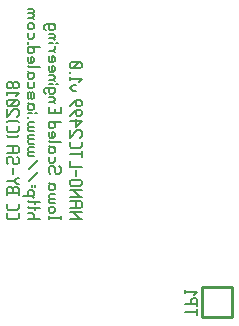
<source format=gbr>
G04 start of page 9 for group -4078 idx -4078 *
G04 Title: (unknown), bottomsilk *
G04 Creator: pcb 20140316 *
G04 CreationDate: Wed 01 Aug 2018 03:37:01 PM GMT UTC *
G04 For: railfan *
G04 Format: Gerber/RS-274X *
G04 PCB-Dimensions (mil): 1400.00 2800.00 *
G04 PCB-Coordinate-Origin: lower left *
%MOIN*%
%FSLAX25Y25*%
%LNBOTTOMSILK*%
%ADD87C,0.0100*%
%ADD86C,0.0080*%
G54D86*X83000Y140000D02*X87000D01*
X86500D02*X87000D01*
X86500D02*X84000Y142500D01*
X83000D02*X87000D01*
X83000Y143700D02*X86500D01*
X87000Y144200D01*
Y145700D01*
X86500Y146200D01*
X83000D02*X86500D01*
X85000Y143700D02*Y146200D01*
X83000Y147400D02*X87000D01*
X86500D02*X87000D01*
X86500D02*X84000Y149900D01*
X83000D02*X87000D01*
X83500Y151100D02*X86500D01*
X87000Y151600D01*
Y152600D01*
X86500Y153100D01*
X83500D02*X86500D01*
X83000Y152600D02*X83500Y153100D01*
X83000Y151600D02*Y152600D01*
X83500Y151100D02*X83000Y151600D01*
X85000Y154300D02*Y156300D01*
X83000Y157500D02*X87000D01*
X83000D02*Y159500D01*
X87000Y160700D02*Y162700D01*
X83000Y161700D02*X87000D01*
X83000Y164400D02*Y165900D01*
X83500Y163900D02*X83000Y164400D01*
X83500Y163900D02*X86500D01*
X87000Y164400D01*
Y165900D01*
X86500Y167100D02*X87000Y167600D01*
Y169100D01*
X86500Y169600D01*
X85500D02*X86500D01*
X83000Y167100D02*X85500Y169600D01*
X83000Y167100D02*Y169600D01*
X85000Y170800D02*X87000Y172800D01*
X85000Y170800D02*Y173300D01*
X83000Y172800D02*X87000D01*
X83000Y174500D02*X85000Y176500D01*
X86500D01*
X87000Y176000D02*X86500Y176500D01*
X87000Y175000D02*Y176000D01*
X86500Y174500D02*X87000Y175000D01*
X85500Y174500D02*X86500D01*
X85500D02*X85000Y175000D01*
Y176500D01*
X83000Y177700D02*X85000Y179700D01*
X86500D01*
X87000Y179200D02*X86500Y179700D01*
X87000Y178200D02*Y179200D01*
X86500Y177700D02*X87000Y178200D01*
X85500Y177700D02*X86500D01*
X85500D02*X85000Y178200D01*
Y179700D01*
X84000Y182700D02*X85000D01*
X84000D02*X83000Y183700D01*
X84000Y184700D01*
X85000D01*
X83000Y186400D02*Y187400D01*
Y186900D02*X87000D01*
X86000Y185900D02*X87000Y186900D01*
X83000Y188600D02*Y189100D01*
X83500Y190300D02*X83000Y190800D01*
X83500Y190300D02*X86500D01*
X87000Y190800D01*
Y191800D01*
X86500Y192300D01*
X83500D02*X86500D01*
X83000Y191800D02*X83500Y192300D01*
X83000Y190800D02*Y191800D01*
X84000Y190300D02*X86000Y192300D01*
X80000Y140000D02*Y141000D01*
X76000Y140500D02*X80000D01*
X76000Y140000D02*Y141000D01*
X76500Y142200D02*X77500D01*
X78000Y142700D01*
Y143700D01*
X77500Y144200D01*
X76500D02*X77500D01*
X76000Y143700D02*X76500Y144200D01*
X76000Y142700D02*Y143700D01*
X76500Y142200D02*X76000Y142700D01*
X76500Y145400D02*X78000D01*
X76500D02*X76000Y145900D01*
Y146400D01*
X76500Y146900D01*
X78000D01*
X76500D02*X76000Y147400D01*
Y147900D01*
X76500Y148400D01*
X78000D01*
Y151100D02*X77500Y151600D01*
X78000Y150100D02*Y151100D01*
X77500Y149600D02*X78000Y150100D01*
X76500Y149600D02*X77500D01*
X76500D02*X76000Y150100D01*
X76500Y151600D02*X78000D01*
X76500D02*X76000Y152100D01*
Y150100D02*Y151100D01*
X76500Y151600D01*
X80000Y157100D02*X79500Y157600D01*
X80000Y155600D02*Y157100D01*
X79500Y155100D02*X80000Y155600D01*
X78500Y155100D02*X79500D01*
X78500D02*X78000Y155600D01*
Y157100D01*
X77500Y157600D01*
X76500D02*X77500D01*
X76000Y157100D02*X76500Y157600D01*
X76000Y155600D02*Y157100D01*
X76500Y155100D02*X76000Y155600D01*
X78000Y159300D02*Y160800D01*
X77500Y158800D02*X78000Y159300D01*
X76500Y158800D02*X77500D01*
X76500D02*X76000Y159300D01*
Y160800D01*
X78000Y163500D02*X77500Y164000D01*
X78000Y162500D02*Y163500D01*
X77500Y162000D02*X78000Y162500D01*
X76500Y162000D02*X77500D01*
X76500D02*X76000Y162500D01*
X76500Y164000D02*X78000D01*
X76500D02*X76000Y164500D01*
Y162500D02*Y163500D01*
X76500Y164000D01*
Y165700D02*X80000D01*
X76500D02*X76000Y166200D01*
Y167700D02*Y169200D01*
X76500Y167200D02*X76000Y167700D01*
X76500Y167200D02*X77500D01*
X78000Y167700D01*
Y168700D01*
X77500Y169200D01*
X77000Y167200D02*Y169200D01*
X77500D01*
X76000Y172400D02*X80000D01*
X76000Y171900D02*X76500Y172400D01*
X76000Y170900D02*Y171900D01*
X76500Y170400D02*X76000Y170900D01*
X76500Y170400D02*X77500D01*
X78000Y170900D01*
Y171900D01*
X77500Y172400D01*
X78000Y175400D02*Y176900D01*
X76000Y175400D02*Y177400D01*
Y175400D02*X80000D01*
Y177400D01*
X76000Y179100D02*X77500D01*
X78000Y179600D01*
Y180100D01*
X77500Y180600D01*
X76000D02*X77500D01*
X78000Y178600D02*X77500Y179100D01*
X78000Y183300D02*X77500Y183800D01*
X78000Y182300D02*Y183300D01*
X77500Y181800D02*X78000Y182300D01*
X76500Y181800D02*X77500D01*
X76500D02*X76000Y182300D01*
Y183300D01*
X76500Y183800D01*
X75000Y181800D02*X74500Y182300D01*
Y183300D01*
X75000Y183800D01*
X78000D01*
X78500Y185000D02*X79000D01*
X76000D02*X77500D01*
X76000Y186500D02*X77500D01*
X78000Y187000D01*
Y187500D01*
X77500Y188000D01*
X76000D02*X77500D01*
X78000Y186000D02*X77500Y186500D01*
X76000Y189700D02*Y191200D01*
X76500Y189200D02*X76000Y189700D01*
X76500Y189200D02*X77500D01*
X78000Y189700D01*
Y190700D01*
X77500Y191200D01*
X77000Y189200D02*Y191200D01*
X77500D01*
X76000Y192900D02*Y194400D01*
X76500Y192400D02*X76000Y192900D01*
X76500Y192400D02*X77500D01*
X78000Y192900D01*
Y193900D01*
X77500Y194400D01*
X77000Y192400D02*Y194400D01*
X77500D01*
X76000Y196100D02*X77500D01*
X78000Y196600D01*
Y197600D01*
Y195600D02*X77500Y196100D01*
X78500Y198800D02*X79000D01*
X76000D02*X77500D01*
X76000Y200300D02*X77500D01*
X78000Y200800D01*
Y201300D01*
X77500Y201800D01*
X76000D02*X77500D01*
X78000Y199800D02*X77500Y200300D01*
X78000Y204500D02*X77500Y205000D01*
X78000Y203500D02*Y204500D01*
X77500Y203000D02*X78000Y203500D01*
X76500Y203000D02*X77500D01*
X76500D02*X76000Y203500D01*
Y204500D01*
X76500Y205000D01*
X75000Y203000D02*X74500Y203500D01*
Y204500D01*
X75000Y205000D01*
X78000D01*
X69000Y140000D02*X73000D01*
X70500D02*X71000Y140500D01*
Y141500D01*
X70500Y142000D01*
X69000D02*X70500D01*
X69500Y143700D02*X73000D01*
X69500D02*X69000Y144200D01*
X71500Y143200D02*Y144200D01*
X69500Y145700D02*X73000D01*
X69500D02*X69000Y146200D01*
X71500Y145200D02*Y146200D01*
X67500Y147700D02*X70500D01*
X71000Y147200D02*X70500Y147700D01*
X71000Y148200D01*
Y149200D01*
X70500Y149700D01*
X69500D02*X70500D01*
X69000Y149200D02*X69500Y149700D01*
X69000Y148200D02*Y149200D01*
X69500Y147700D02*X69000Y148200D01*
X71500Y150900D02*Y151400D01*
X70500Y150900D02*Y151400D01*
X69500Y152600D02*X72500Y155600D01*
X69500Y156800D02*X72500Y159800D01*
X69500Y161000D02*X71000D01*
X69500D02*X69000Y161500D01*
Y162000D01*
X69500Y162500D01*
X71000D01*
X69500D02*X69000Y163000D01*
Y163500D01*
X69500Y164000D01*
X71000D01*
X69500Y165200D02*X71000D01*
X69500D02*X69000Y165700D01*
Y166200D01*
X69500Y166700D01*
X71000D01*
X69500D02*X69000Y167200D01*
Y167700D01*
X69500Y168200D01*
X71000D01*
X69500Y169400D02*X71000D01*
X69500D02*X69000Y169900D01*
Y170400D01*
X69500Y170900D01*
X71000D01*
X69500D02*X69000Y171400D01*
Y171900D01*
X69500Y172400D01*
X71000D01*
X69000Y173600D02*Y174100D01*
X71500Y175300D02*X72000D01*
X69000D02*X70500D01*
X71000Y177800D02*X70500Y178300D01*
X71000Y176800D02*Y177800D01*
X70500Y176300D02*X71000Y176800D01*
X69500Y176300D02*X70500D01*
X69500D02*X69000Y176800D01*
X69500Y178300D02*X71000D01*
X69500D02*X69000Y178800D01*
Y176800D02*Y177800D01*
X69500Y178300D01*
X69000Y180500D02*Y182000D01*
X69500Y182500D01*
X70000Y182000D02*X69500Y182500D01*
X70000Y180500D02*Y182000D01*
X70500Y180000D02*X70000Y180500D01*
X70500Y180000D02*X71000Y180500D01*
Y182000D01*
X70500Y182500D01*
X69500Y180000D02*X69000Y180500D01*
X71000Y184200D02*Y185700D01*
X70500Y183700D02*X71000Y184200D01*
X69500Y183700D02*X70500D01*
X69500D02*X69000Y184200D01*
Y185700D01*
X71000Y188400D02*X70500Y188900D01*
X71000Y187400D02*Y188400D01*
X70500Y186900D02*X71000Y187400D01*
X69500Y186900D02*X70500D01*
X69500D02*X69000Y187400D01*
X69500Y188900D02*X71000D01*
X69500D02*X69000Y189400D01*
Y187400D02*Y188400D01*
X69500Y188900D01*
Y190600D02*X73000D01*
X69500D02*X69000Y191100D01*
Y192600D02*Y194100D01*
X69500Y192100D02*X69000Y192600D01*
X69500Y192100D02*X70500D01*
X71000Y192600D01*
Y193600D01*
X70500Y194100D01*
X70000Y192100D02*Y194100D01*
X70500D01*
X69000Y197300D02*X73000D01*
X69000Y196800D02*X69500Y197300D01*
X69000Y195800D02*Y196800D01*
X69500Y195300D02*X69000Y195800D01*
X69500Y195300D02*X70500D01*
X71000Y195800D01*
Y196800D01*
X70500Y197300D01*
X69000Y198500D02*Y199000D01*
X71000Y200700D02*Y202200D01*
X70500Y200200D02*X71000Y200700D01*
X69500Y200200D02*X70500D01*
X69500D02*X69000Y200700D01*
Y202200D01*
X69500Y203400D02*X70500D01*
X71000Y203900D01*
Y204900D01*
X70500Y205400D01*
X69500D02*X70500D01*
X69000Y204900D02*X69500Y205400D01*
X69000Y203900D02*Y204900D01*
X69500Y203400D02*X69000Y203900D01*
Y207100D02*X70500D01*
X71000Y207600D01*
Y208100D01*
X70500Y208600D01*
X69000D02*X70500D01*
X71000Y209100D01*
Y209600D01*
X70500Y210100D01*
X69000D02*X70500D01*
X71000Y206600D02*X70500Y207100D01*
X62000Y140500D02*Y142000D01*
X62500Y140000D02*X62000Y140500D01*
X62500Y140000D02*X65500D01*
X66000Y140500D01*
Y142000D01*
X62000Y143700D02*Y145200D01*
X62500Y143200D02*X62000Y143700D01*
X62500Y143200D02*X65500D01*
X66000Y143700D01*
Y145200D01*
X62000Y148200D02*Y150200D01*
X62500Y150700D01*
X63500D01*
X64000Y150200D02*X63500Y150700D01*
X64000Y148700D02*Y150200D01*
X62000Y148700D02*X66000D01*
Y148200D02*Y150200D01*
X65500Y150700D01*
X64500D02*X65500D01*
X64000Y150200D02*X64500Y150700D01*
X65500Y151900D02*X66000D01*
X65500D02*X64500Y152900D01*
X65500Y153900D01*
X66000D01*
X62000Y152900D02*X64500D01*
X64000Y155100D02*Y157100D01*
X66000Y160300D02*X65500Y160800D01*
X66000Y158800D02*Y160300D01*
X65500Y158300D02*X66000Y158800D01*
X64500Y158300D02*X65500D01*
X64500D02*X64000Y158800D01*
Y160300D01*
X63500Y160800D01*
X62500D02*X63500D01*
X62000Y160300D02*X62500Y160800D01*
X62000Y158800D02*Y160300D01*
X62500Y158300D02*X62000Y158800D01*
Y162000D02*X65500D01*
X66000Y162500D01*
Y164000D01*
X65500Y164500D01*
X62000D02*X65500D01*
X64000Y162000D02*Y164500D01*
X62500Y167500D02*X62000Y168000D01*
X65500Y167500D02*X66000Y168000D01*
X62500Y167500D02*X65500D01*
X62000Y169700D02*Y171200D01*
X62500Y169200D02*X62000Y169700D01*
X62500Y169200D02*X65500D01*
X66000Y169700D01*
Y171200D01*
Y172400D02*X65500Y172900D01*
X62500D02*X65500D01*
X62000Y172400D02*X62500Y172900D01*
X65500Y174100D02*X66000Y174600D01*
Y176100D01*
X65500Y176600D01*
X64500D02*X65500D01*
X62000Y174100D02*X64500Y176600D01*
X62000Y174100D02*Y176600D01*
X62500Y177800D02*X62000Y178300D01*
X62500Y177800D02*X65500D01*
X66000Y178300D01*
Y179300D01*
X65500Y179800D01*
X62500D02*X65500D01*
X62000Y179300D02*X62500Y179800D01*
X62000Y178300D02*Y179300D01*
X63000Y177800D02*X65000Y179800D01*
X62000Y181500D02*Y182500D01*
Y182000D02*X66000D01*
X65000Y181000D02*X66000Y182000D01*
X62500Y183700D02*X62000Y184200D01*
X62500Y183700D02*X63500D01*
X64000Y184200D01*
Y185200D01*
X63500Y185700D01*
X62500D02*X63500D01*
X62000Y185200D02*X62500Y185700D01*
X62000Y184200D02*Y185200D01*
X64500Y183700D02*X64000Y184200D01*
X64500Y183700D02*X65500D01*
X66000Y184200D01*
Y185200D01*
X65500Y185700D01*
X64500D02*X65500D01*
X64000Y185200D02*X64500Y185700D01*
G54D87*X127000Y107500D02*Y117500D01*
X137000D01*
Y107500D01*
X127000D01*
G54D86*X125500Y108000D02*Y110000D01*
X121500Y109000D02*X125500D01*
X121500Y111700D02*X125500D01*
Y111200D02*Y113200D01*
X125000Y113700D01*
X124000D02*X125000D01*
X123500Y113200D02*X124000Y113700D01*
X123500Y111700D02*Y113200D01*
X121500Y115400D02*Y116400D01*
Y115900D02*X125500D01*
X124500Y114900D02*X125500Y115900D01*
M02*

</source>
